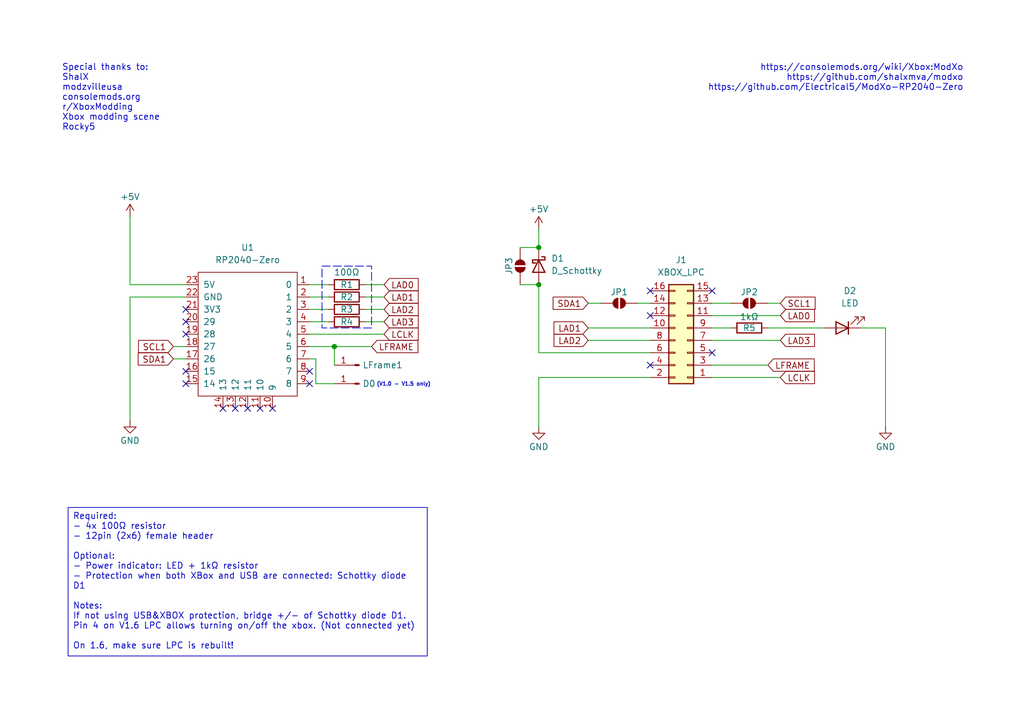
<source format=kicad_sch>
(kicad_sch (version 20231120) (generator "eeschema") (generator_version "8.0")
  (paper "A5")
  (title_block (title "ModXo RP2040-Zero") (date "2024-08-03") (rev "1.0") (company "OpenSource (GNU GPL3.0)") (comment 1 "On 1.6, make sure to rebuild LPC!") (comment 3 "ModXo adapter PCB for RP2040-Zero (to XBox LPC)"))
  (lib_symbols
    (symbol "Connector:Conn_01x01_Pin" (pin_names (offset 1.016) hide)
      (property "Reference" "J" (at 0 2.54 0))
      (property "Value" "Conn_01x01_Pin" (at 0 -2.54 0))
      (symbol "Conn_01x01_Pin_1_1"
        (polyline (pts (xy 1.27 0) (xy 0.8636 0)) (stroke (width 0.1524)))
        (rectangle (start 0.8636 0.127) (end 0 -0.127) (stroke (width 0.1524)) (fill (type outline)))
        (pin passive line (at 5.08 0 180) (length 3.81) (name "Pin_1") (number "1"))
      )
    )
    (symbol "Device:D_Schottky" (pin_numbers hide) (pin_names (offset 1.016) hide)
      (property "Reference" "D" (at 0 2.54 0))
      (property "Value" "D_Schottky" (at 0 -2.54 0))
      (symbol "D_Schottky_0_1"
        (polyline (pts (xy 1.27 0) (xy -1.27 0)))
        (polyline (pts (xy 1.27 1.27) (xy 1.27 -1.27) (xy -1.27 0) (xy 1.27 1.27)) (stroke (width 0.254)))
        (polyline (pts (xy -1.905 0.635) (xy -1.905 1.27) (xy -1.27 1.27) (xy -1.27 -1.27) (xy -0.635 -1.27) (xy -0.635 -0.635)) (stroke (width 0.254)))
      )
      (symbol "D_Schottky_1_1"
        (pin passive line (at -3.81 0 0) (length 2.54) (name "K") (number "1"))
        (pin passive line (at 3.81 0 180) (length 2.54) (name "A") (number "2"))
      )
    )
    (symbol "Device:LED" (pin_numbers hide) (pin_names (offset 1.016) hide)
      (property "Reference" "D" (at 0 2.54 0))
      (property "Value" "LED" (at 0 -2.54 0))
      (symbol "LED_0_1"
        (polyline (pts (xy -1.27 -1.27) (xy -1.27 1.27)) (stroke (width 0.254)))
        (polyline (pts (xy -1.27 0) (xy 1.27 0)))
        (polyline (pts (xy 1.27 -1.27) (xy 1.27 1.27) (xy -1.27 0) (xy 1.27 -1.27)) (stroke (width 0.254)))
        (polyline (pts (xy -3.048 -0.762) (xy -4.572 -2.286) (xy -3.81 -2.286) (xy -4.572 -2.286) (xy -4.572 -1.524)))
        (polyline (pts (xy -1.778 -0.762) (xy -3.302 -2.286) (xy -2.54 -2.286) (xy -3.302 -2.286) (xy -3.302 -1.524)))
      )
      (symbol "LED_1_1"
        (pin passive line (at -3.81 0 0) (length 2.54) (name "K") (number "1"))
        (pin passive line (at 3.81 0 180) (length 2.54) (name "A") (number "2"))
      )
    )
    (symbol "Device:R" (pin_numbers hide) (pin_names (offset 0))
      (property "Reference" "R" (at 2.032 0 90))
      (property "Value" "R" (at 0 0 90))
      (symbol "R_0_1"
        (rectangle (start -1.016 -2.54) (end 1.016 2.54) (stroke (width 0.254)))
      )
      (symbol "R_1_1"
        (pin passive line (at 0 3.81 270) (length 1.27) (name "~") (number "1"))
        (pin passive line (at 0 -3.81 90) (length 1.27) (name "~") (number "2"))
      )
    )
    (symbol "Jumper:SolderJumper_2_Open" (pin_numbers hide) (pin_names (offset 0) hide) (exclude_from_sim yes) (in_bom no)
      (property "Reference" "JP" (at 0 2.032 0))
      (property "Value" "SolderJumper_2_Open" (at 0 -2.54 0))
      (symbol "SolderJumper_2_Open_0_1"
        (arc (start -0.254 1.016) (mid -1.2656 0) (end -0.254 -1.016))
        (arc (start -0.254 1.016) (mid -1.2656 0) (end -0.254 -1.016) (fill (type outline)))
        (polyline (pts (xy -0.254 1.016) (xy -0.254 -1.016)))
        (polyline (pts (xy 0.254 1.016) (xy 0.254 -1.016)))
        (arc (start 0.254 -1.016) (mid 1.2656 0) (end 0.254 1.016))
        (arc (start 0.254 -1.016) (mid 1.2656 0) (end 0.254 1.016) (fill (type outline)))
      )
      (symbol "SolderJumper_2_Open_1_1"
        (pin passive line (at -3.81 0 0) (length 2.54) (name "A") (number "1"))
        (pin passive line (at 3.81 0 180) (length 2.54) (name "B") (number "2"))
      )
    )
    (symbol "power:+5V" (power) (pin_numbers hide) (pin_names (offset 0) hide)
      (property "Value" "+5V" (at 0 3.556 0))
      (symbol "+5V_0_1"
        (polyline (pts (xy -0.762 1.27) (xy 0 2.54)))
        (polyline (pts (xy 0 0) (xy 0 2.54)))
        (polyline (pts (xy 0 2.54) (xy 0.762 1.27)))
      )
      (symbol "+5V_1_1"
        (pin power_in line (at 0 0 90) (length 0) (name "~") (number "1"))
      )
    )
    (symbol "power:GND" (power) (pin_numbers hide) (pin_names (offset 0) hide)
      (property "Value" "GND" (at 0 -3.81 0))
      (symbol "GND_0_1"
        (polyline (pts (xy 0 0) (xy 0 -1.27) (xy 1.27 -1.27) (xy 0 -2.54) (xy -1.27 -1.27) (xy 0 -1.27)))
      )
      (symbol "GND_1_1"
        (pin power_in line (at 0 0 270) (length 0) (name "~") (number "1"))
      )
    )
    (symbol "rp2040-zero:rp2040-zero" (pin_names (offset 1.016))
      (property "Reference" "U" (at 0 15.24 0))
      (property "Value" "rp2040-zero" (at 0 12.7 0))
      (symbol "rp2040-zero_0_1"
        (rectangle (start -10.16 11.43) (end 10.16 -13.97))
      )
      (symbol "rp2040-zero_1_1"
        (pin bidirectional line (at 12.7 8.89 180) (length 2.54) (name "0") (number "1"))
        (pin bidirectional line (at 5.08 -16.51 90) (length 2.54) (name "9") (number "10"))
        (pin bidirectional line (at 2.54 -16.51 90) (length 2.54) (name "10") (number "11"))
        (pin bidirectional line (at 0 -16.51 90) (length 2.54) (name "11") (number "12"))
        (pin bidirectional line (at -2.54 -16.51 90) (length 2.54) (name "12") (number "13"))
        (pin bidirectional line (at -5.08 -16.51 90) (length 2.54) (name "13") (number "14"))
        (pin bidirectional line (at -12.7 -11.43 0) (length 2.54) (name "14") (number "15"))
        (pin bidirectional line (at -12.7 -8.89 0) (length 2.54) (name "15") (number "16"))
        (pin bidirectional line (at -12.7 -6.35 0) (length 2.54) (name "26") (number "17"))
        (pin bidirectional line (at -12.7 -3.81 0) (length 2.54) (name "27") (number "18"))
        (pin bidirectional line (at -12.7 -1.27 0) (length 2.54) (name "28") (number "19"))
        (pin bidirectional line (at 12.7 6.35 180) (length 2.54) (name "1") (number "2"))
        (pin bidirectional line (at -12.7 1.27 0) (length 2.54) (name "29") (number "20"))
        (pin power_out line (at -12.7 3.81 0) (length 2.54) (name "3V3") (number "21"))
        (pin power_out line (at -12.7 6.35 0) (length 2.54) (name "GND") (number "22"))
        (pin power_out line (at -12.7 8.89 0) (length 2.54) (name "5V") (number "23"))
        (pin bidirectional line (at 12.7 3.81 180) (length 2.54) (name "2") (number "3"))
        (pin bidirectional line (at 12.7 1.27 180) (length 2.54) (name "3") (number "4"))
        (pin bidirectional line (at 12.7 -1.27 180) (length 2.54) (name "4") (number "5"))
        (pin bidirectional line (at 12.7 -3.81 180) (length 2.54) (name "5") (number "6"))
        (pin bidirectional line (at 12.7 -6.35 180) (length 2.54) (name "6") (number "7"))
        (pin bidirectional line (at 12.7 -8.89 180) (length 2.54) (name "7") (number "8"))
        (pin bidirectional line (at 12.7 -11.43 180) (length 2.54) (name "8") (number "9"))
      )
    )
    (symbol "xbox_lpc:XBOX_LPC" (pin_names (offset 1.016) hide)
      (property "Reference" "J1" (at 0 15.24 0))
      (property "Value" "XBOX_LPC" (at 0 12.7 0))
      (symbol "XBOX_LPC_1_1"
        (rectangle (start -2.54 -9.017) (end -1.27 -8.763) (stroke (width 0.1524)))
        (rectangle (start -2.54 -6.477) (end -1.27 -6.223) (stroke (width 0.1524)))
        (rectangle (start -2.54 -3.937) (end -1.27 -3.683) (stroke (width 0.1524)))
        (rectangle (start -2.54 -1.397) (end -1.27 -1.143) (stroke (width 0.1524)))
        (rectangle (start -2.54 1.143) (end -1.27 1.397) (stroke (width 0.1524)))
        (rectangle (start -2.54 3.683) (end -1.27 3.937) (stroke (width 0.1524)))
        (rectangle (start -2.54 6.223) (end -1.27 6.477) (stroke (width 0.1524)))
        (rectangle (start -2.54 8.763) (end -1.27 9.017) (stroke (width 0.1524)))
        (rectangle (start -2.54 10.16) (end 2.54 -10.16) (stroke (width 0.254)) (fill (type background)))
        (rectangle (start 2.54 -9.017) (end 1.27 -8.763) (stroke (width 0.1524)))
        (rectangle (start 2.54 -6.477) (end 1.27 -6.223) (stroke (width 0.1524)))
        (rectangle (start 2.54 -3.937) (end 1.27 -3.683) (stroke (width 0.1524)))
        (rectangle (start 2.54 -1.397) (end 1.27 -1.143) (stroke (width 0.1524)))
        (rectangle (start 2.54 1.143) (end 1.27 1.397) (stroke (width 0.1524)))
        (rectangle (start 2.54 3.683) (end 1.27 3.937) (stroke (width 0.1524)))
        (rectangle (start 2.54 6.223) (end 1.27 6.477) (stroke (width 0.1524)))
        (rectangle (start 2.54 8.763) (end 1.27 9.017) (stroke (width 0.1524)))
        (pin passive line (at 6.35 -8.89 180) (length 3.81) (name "LCLK") (number "1"))
        (pin passive line (at -6.35 1.27 0) (length 3.81) (name "LAD1") (number "10"))
        (pin passive line (at 6.35 3.81 180) (length 3.81) (name "LAD0") (number "11"))
        (pin passive line (at -6.35 3.81 0) (length 3.81) (name "GND") (number "12"))
        (pin passive line (at 6.35 6.35 180) (length 3.81) (name "SCL") (number "13"))
        (pin passive line (at -6.35 6.35 0) (length 3.81) (name "SDA") (number "14"))
        (pin passive line (at 6.35 8.89 180) (length 3.81) (name "3.3V") (number "15"))
        (pin passive line (at -6.35 8.89 0) (length 3.81) (name "SERIRQ_(v1.0)") (number "16"))
        (pin power_in line (at -6.35 -8.89 0) (length 3.81) (name "GND") (number "2"))
        (pin passive line (at 6.35 -6.35 180) (length 3.81) (name "LFRAME#") (number "3"))
        (pin passive line (at -6.35 -6.35 0) (length 3.81) (name "PWR_(v1.6)") (number "4"))
        (pin passive line (at 6.35 -3.81 180) (length 3.81) (name "LRESET#") (number "5"))
        (pin power_out line (at -6.35 -3.81 0) (length 3.81) (name "5V") (number "6"))
        (pin passive line (at 6.35 -1.27 180) (length 3.81) (name "LAD3") (number "7"))
        (pin passive line (at -6.35 -1.27 0) (length 3.81) (name "LAD2") (number "8"))
        (pin passive line (at 6.35 1.27 180) (length 3.81) (name "3.3V") (number "9"))
      )
    )
  )
  (junction (at 68.58 71.12))
  (junction (at 110.49 58.42))
  (junction (at 110.49 50.8))
  (no_connect (at 38.1 66.04))
  (no_connect (at 48.26 83.82))
  (no_connect (at 38.1 78.74))
  (no_connect (at 63.5 78.74))
  (no_connect (at 133.35 59.69))
  (no_connect (at 45.72 83.82))
  (no_connect (at 50.8 83.82))
  (no_connect (at 133.35 74.93))
  (no_connect (at 133.35 64.77))
  (no_connect (at 53.34 83.82))
  (no_connect (at 38.1 63.5))
  (no_connect (at 146.05 59.69))
  (no_connect (at 38.1 68.58))
  (no_connect (at 55.88 83.82))
  (no_connect (at 38.1 76.2))
  (no_connect (at 146.05 72.39))
  (no_connect (at 63.5 76.2))
  (wire (pts (xy 120.65 69.85) (xy 133.35 69.85)))
  (wire (pts (xy 146.05 67.31) (xy 149.86 67.31)))
  (wire (pts (xy 160.02 62.23) (xy 157.48 62.23)))
  (wire (pts (xy 26.67 58.42) (xy 38.1 58.42)))
  (wire (pts (xy 110.49 87.63) (xy 110.49 77.47)))
  (wire (pts (xy 74.93 58.42) (xy 78.74 58.42)))
  (wire (pts (xy 146.05 64.77) (xy 160.02 64.77)))
  (wire (pts (xy 110.49 58.42) (xy 110.49 72.39)))
  (wire (pts (xy 120.65 67.31) (xy 133.35 67.31)))
  (wire (pts (xy 35.56 73.66) (xy 38.1 73.66)))
  (wire (pts (xy 63.5 60.96) (xy 67.31 60.96)))
  (wire (pts (xy 157.48 67.31) (xy 168.91 67.31)))
  (wire (pts (xy 64.77 73.66) (xy 63.5 73.66)))
  (wire (pts (xy 110.49 77.47) (xy 133.35 77.47)))
  (wire (pts (xy 146.05 69.85) (xy 160.02 69.85)))
  (wire (pts (xy 63.5 66.04) (xy 67.31 66.04)))
  (wire (pts (xy 68.58 71.12) (xy 68.58 74.93)))
  (wire (pts (xy 74.93 60.96) (xy 78.74 60.96)))
  (wire (pts (xy 63.5 68.58) (xy 78.74 68.58)))
  (wire (pts (xy 130.81 62.23) (xy 133.35 62.23)))
  (wire (pts (xy 146.05 62.23) (xy 149.86 62.23)))
  (wire (pts (xy 120.65 62.23) (xy 123.19 62.23)))
  (wire (pts (xy 110.49 72.39) (xy 133.35 72.39)))
  (wire (pts (xy 74.93 66.04) (xy 78.74 66.04)))
  (wire (pts (xy 63.5 63.5) (xy 67.31 63.5)))
  (wire (pts (xy 26.67 60.96) (xy 26.67 86.36)))
  (wire (pts (xy 146.05 77.47) (xy 160.02 77.47)))
  (wire (pts (xy 157.48 74.93) (xy 146.05 74.93)))
  (wire (pts (xy 181.61 67.31) (xy 181.61 87.63)))
  (wire (pts (xy 106.68 58.42) (xy 110.49 58.42)))
  (wire (pts (xy 110.49 46.99) (xy 110.49 50.8)))
  (wire (pts (xy 64.77 78.74) (xy 64.77 73.66)))
  (wire (pts (xy 63.5 71.12) (xy 68.58 71.12)))
  (wire (pts (xy 106.68 50.8) (xy 110.49 50.8)))
  (wire (pts (xy 26.67 44.45) (xy 26.67 58.42)))
  (wire (pts (xy 64.77 78.74) (xy 68.58 78.74)))
  (wire (pts (xy 63.5 58.42) (xy 67.31 58.42)))
  (wire (pts (xy 68.58 71.12) (xy 76.2 71.12)))
  (wire (pts (xy 35.56 71.12) (xy 38.1 71.12)))
  (wire (pts (xy 74.93 63.5) (xy 78.74 63.5)))
  (wire (pts (xy 176.53 67.31) (xy 181.61 67.31)))
  (wire (pts (xy 26.67 60.96) (xy 38.1 60.96)))
  (rectangle (start 66.04 54.61) (end 76.2 67.31) (stroke (width 0) (type dash)))
  (text_box "Required:\n- 4x 100Ω resistor\n- 12pin (2x6) female header\n\nOptional:\n- Power indicator: LED + 1kΩ resistor\n- Protection when both XBox and USB are connected: Schottky diode D1\n\nNotes:\nIf not using USB&XBOX protection, bridge +/- of Schottky diode D1. \nPin 4 on V1.6 LPC allows turning on/off the xbox. (Not connected yet)\n\nOn 1.6, make sure LPC is rebuilt!\n" (at 13.97 104.14 0) (size 73.66 30.48) (effects (font (size 1.27 1.27)) (justify left top)))
  (text "https://consolemods.org/wiki/Xbox:ModXo\nhttps://github.com/shalxmva/modxo\nhttps://github.com/Electrical5/ModXo-RP2040-Zero" (at 197.612 16.002 0) (effects (font (size 1.27 1.27)) (justify right)))
  (text "(V1.0 - V1.5 only)" (at 82.804 78.994 0) (effects (font (size 0.762 0.762))))
  (text "Special thanks to:\nShalX\nmodzvilleusa\nconsolemods.org\nr/XboxModding\nXbox modding scene\nRocky5" (at 12.7 20.066 0) (effects (font (size 1.27 1.27)) (justify left)))
  (global_label "SDA1" (shape input) (at 120.65 62.23 180) (property "Intersheetrefs" "${INTERSHEET_REFS}" (effects (hide yes))))
  (global_label "SDA1" (shape input) (at 35.56 73.66 180) (property "Intersheetrefs" "${INTERSHEET_REFS}" (effects (hide yes))))
  (global_label "LAD3" (shape input) (at 160.02 69.85 0) (property "Intersheetrefs" "${INTERSHEET_REFS}" (effects (hide yes))))
  (global_label "LCLK" (shape input) (at 160.02 77.47 0) (property "Intersheetrefs" "${INTERSHEET_REFS}" (effects (hide yes))))
  (global_label "LFRAME" (shape input) (at 76.2 71.12 0) (property "Intersheetrefs" "${INTERSHEET_REFS}" (effects (hide yes))))
  (global_label "SCL1" (shape input) (at 35.56 71.12 180) (property "Intersheetrefs" "${INTERSHEET_REFS}" (effects (hide yes))))
  (global_label "LFRAME" (shape input) (at 157.48 74.93 0) (property "Intersheetrefs" "${INTERSHEET_REFS}" (effects (hide yes))))
  (global_label "LAD0" (shape input) (at 160.02 64.77 0) (property "Intersheetrefs" "${INTERSHEET_REFS}" (effects (hide yes))))
  (global_label "LAD2" (shape input) (at 120.65 69.85 180) (property "Intersheetrefs" "${INTERSHEET_REFS}" (effects (hide yes))))
  (global_label "LAD1" (shape input) (at 78.74 60.96 0) (property "Intersheetrefs" "${INTERSHEET_REFS}" (effects (hide yes))))
  (global_label "LAD0" (shape input) (at 78.74 58.42 0) (property "Intersheetrefs" "${INTERSHEET_REFS}" (effects (hide yes))))
  (global_label "LAD3" (shape input) (at 78.74 66.04 0) (property "Intersheetrefs" "${INTERSHEET_REFS}" (effects (hide yes))))
  (global_label "LAD1" (shape input) (at 120.65 67.31 180) (property "Intersheetrefs" "${INTERSHEET_REFS}" (effects (hide yes))))
  (global_label "LCLK" (shape input) (at 78.74 68.58 0) (property "Intersheetrefs" "${INTERSHEET_REFS}" (effects (hide yes))))
  (global_label "LAD2" (shape input) (at 78.74 63.5 0) (property "Intersheetrefs" "${INTERSHEET_REFS}" (effects (hide yes))))
  (global_label "SCL1" (shape input) (at 160.02 62.23 0) (property "Intersheetrefs" "${INTERSHEET_REFS}" (effects (hide yes))))
  (symbol (lib_id "power:GND") (at 110.49 87.63 0) (unit 1)
    (property "Reference" "#PWR02" (effects (hide yes)))
    (property "Value" "GND" (at 110.49 91.694 0))
    (property "Description" "Power symbol creates a global label with name \"GND\" , ground" (effects (hide yes)))
  )
  (symbol (lib_id "Device:R") (at 71.12 58.42 90) (unit 1)
    (property "Reference" "R1" (at 71.12 58.42 90))
    (property "Value" "100Ω" (at 71.12 55.88 90))
    (property "Footprint" "Resistor_THT:R_Axial_DIN0204_L3.6mm_D1.6mm_P7.62mm_Horizontal" (effects (hide yes)))
    (property "Description" "Resistor" (effects (hide yes)))
  )
  (symbol (lib_id "Jumper:SolderJumper_2_Open") (at 106.68 54.61 90) (mirror x) (unit 1) (exclude_from_sim yes) (in_bom no)
    (property "Reference" "JP3" (at 104.394 54.61 0))
    (property "Footprint" "Jumper:SolderJumper-2_P1.3mm_Open_RoundedPad1.0x1.5mm" (effects (hide yes)))
    (property "Description" "Solder Jumper, 2-pole, open" (effects (hide yes)))
  )
  (symbol (lib_id "Device:R") (at 71.12 60.96 90) (unit 1)
    (property "Reference" "R2" (at 71.12 60.96 90))
    (property "Value" "100Ω" (effects (hide yes)))
    (property "Footprint" "Resistor_THT:R_Axial_DIN0204_L3.6mm_D1.6mm_P7.62mm_Horizontal" (effects (hide yes)))
    (property "Description" "Resistor" (effects (hide yes)))
  )
  (symbol (lib_id "Connector:Conn_01x01_Pin") (at 73.66 74.93 0) (mirror y) (unit 1)
    (property "Reference" "LFrame1" (at 78.486 74.93 0))
    (property "Footprint" "Connector_Wire:SolderWirePad_1x01_SMD_1x2mm" (effects (hide yes)))
    (property "Description" "Generic connector, single row, 01x01, script generated" (effects (hide yes)))
  )
  (symbol (lib_id "rp2040-zero:rp2040-zero") (at 50.8 67.31 0) (unit 1)
    (property "Reference" "U1" (at 50.8 50.8 0))
    (property "Value" "RP2040-Zero" (at 50.8 53.34 0))
    (property "Footprint" "RP2040-Zero:rp2040-zero-tht" (effects (hide yes)))
    (property "Datasheet" "https://www.waveshare.com/wiki/RP2040-Zero" (effects (hide yes)))
  )
  (symbol (lib_id "power:+5V") (at 110.49 46.99 0) (unit 1)
    (property "Reference" "#PWR01" (effects (hide yes)))
    (property "Value" "+5V" (at 110.49 42.926 0))
    (property "Description" "Power symbol creates a global label with name \"+5V\"" (effects (hide yes)))
  )
  (symbol (lib_id "Device:LED") (at 172.72 67.31 180) (unit 1)
    (property "Reference" "D2" (at 174.3075 59.69 0))
    (property "Value" "LED" (at 174.3075 62.23 0))
    (property "Footprint" "LED_THT:LED_D4.0mm" (effects (hide yes)))
    (property "Description" "Light emitting diode" (effects (hide yes)))
  )
  (symbol (lib_id "Jumper:SolderJumper_2_Open") (at 127 62.23 0) (unit 1) (exclude_from_sim yes) (in_bom no)
    (property "Reference" "JP1" (at 127 59.944 0))
    (property "Footprint" "Jumper:SolderJumper-2_P1.3mm_Open_RoundedPad1.0x1.5mm" (effects (hide yes)))
    (property "Description" "Solder Jumper, 2-pole, open" (effects (hide yes)))
  )
  (symbol (lib_id "xbox_lpc:XBOX_LPC") (at 139.7 68.58 0) (unit 1)
    (property "Reference" "J1" (at 139.7 53.34 0))
    (property "Value" "XBOX_LPC" (at 139.7 55.88 0))
    (property "Footprint" "xbox_lpc:XBOX_LPC" (effects (hide yes)))
    (property "Description" "Generic connector, double row, 02x08, odd/even pin numbering scheme (row 1 odd numbers, row 2 even numbers), script generated (kicad-library-utils/schlib/autogen/connector/)" (effects (hide yes)))
  )
  (symbol (lib_id "Device:R") (at 71.12 63.5 90) (unit 1)
    (property "Reference" "R3" (at 71.12 63.5 90))
    (property "Value" "100Ω" (effects (hide yes)))
    (property "Footprint" "Resistor_THT:R_Axial_DIN0204_L3.6mm_D1.6mm_P7.62mm_Horizontal" (effects (hide yes)))
    (property "Description" "Resistor" (effects (hide yes)))
  )
  (symbol (lib_id "Jumper:SolderJumper_2_Open") (at 153.67 62.23 0) (mirror y) (unit 1) (exclude_from_sim yes) (in_bom no)
    (property "Reference" "JP2" (at 153.67 59.944 0))
    (property "Footprint" "Jumper:SolderJumper-2_P1.3mm_Open_RoundedPad1.0x1.5mm" (effects (hide yes)))
    (property "Description" "Solder Jumper, 2-pole, open" (effects (hide yes)))
  )
  (symbol (lib_id "Device:D_Schottky") (at 110.49 54.61 270) (unit 1)
    (property "Reference" "D1" (at 113.03 53.0224 90) (effects (justify left)))
    (property "Value" "D_Schottky" (at 113.03 55.5624 90) (effects (justify left)))
    (property "Footprint" "Diode_THT:D_DO-41_SOD81_P7.62mm_Horizontal" (effects (hide yes)))
    (property "Description" "Schottky diode" (effects (hide yes)))
  )
  (symbol (lib_id "Device:R") (at 71.12 66.04 90) (unit 1)
    (property "Reference" "R4" (at 71.12 66.04 90))
    (property "Value" "100Ω" (effects (hide yes)))
    (property "Footprint" "Resistor_THT:R_Axial_DIN0204_L3.6mm_D1.6mm_P7.62mm_Horizontal" (effects (hide yes)))
    (property "Description" "Resistor" (effects (hide yes)))
  )
  (symbol (lib_id "Device:R") (at 153.67 67.31 90) (unit 1)
    (property "Reference" "R5" (at 153.67 67.31 90))
    (property "Value" "1kΩ" (at 153.67 65.024 90))
    (property "Footprint" "Resistor_THT:R_Axial_DIN0204_L3.6mm_D1.6mm_P7.62mm_Horizontal" (effects (hide yes)))
    (property "Description" "Resistor" (effects (hide yes)))
  )
  (symbol (lib_id "Connector:Conn_01x01_Pin") (at 73.66 78.74 0) (mirror y) (unit 1)
    (property "Reference" "D0" (at 75.692 78.74 0))
    (property "Value" "D0" (effects (hide yes)))
    (property "Footprint" "Connector_Wire:SolderWirePad_1x01_SMD_1x2mm" (effects (hide yes)))
    (property "Description" "Generic connector, single row, 01x01, script generated" (effects (hide yes)))
  )
  (symbol (lib_id "power:GND") (at 26.67 86.36 0) (unit 1)
    (property "Reference" "#PWR04" (effects (hide yes)))
    (property "Value" "GND" (at 26.67 90.424 0))
    (property "Description" "Power symbol creates a global label with name \"GND\" , ground" (effects (hide yes)))
  )
  (symbol (lib_id "power:GND") (at 181.61 87.63 0) (unit 1)
    (property "Reference" "#PWR05" (effects (hide yes)))
    (property "Value" "GND" (at 181.61 91.694 0))
    (property "Description" "Power symbol creates a global label with name \"GND\" , ground" (effects (hide yes)))
  )
  (symbol (lib_id "power:+5V") (at 26.67 44.45 0) (unit 1)
    (property "Reference" "#PWR03" (effects (hide yes)))
    (property "Value" "+5V" (at 26.67 40.386 0))
    (property "Description" "Power symbol creates a global label with name \"+5V\"" (effects (hide yes)))
  )
)
</source>
